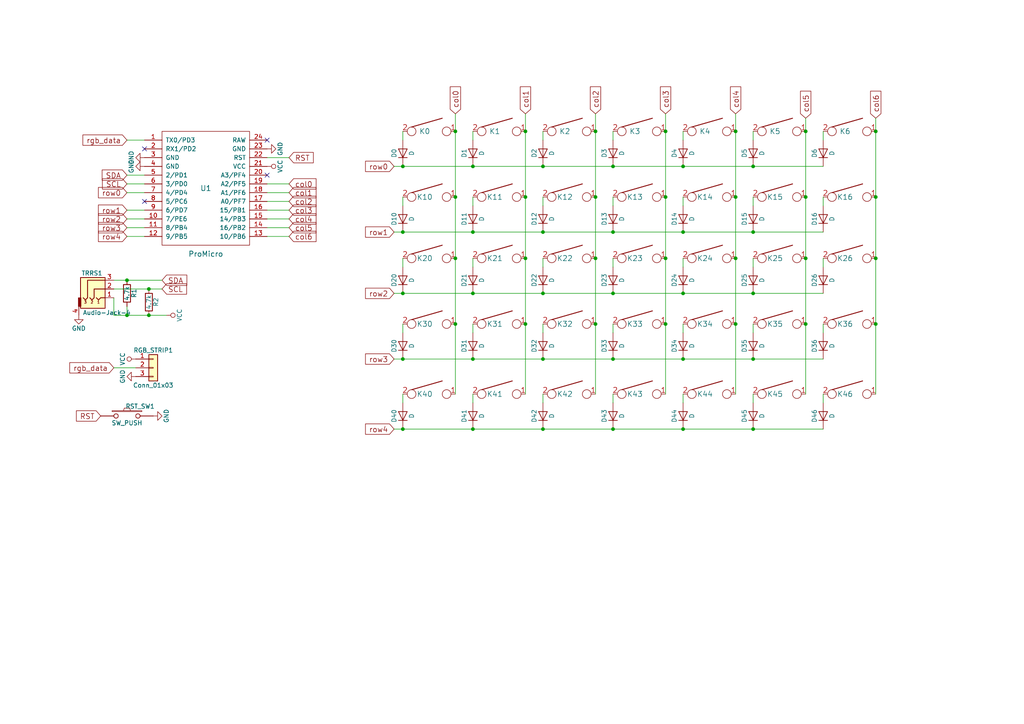
<source format=kicad_sch>
(kicad_sch (version 20231120) (generator "eeschema") (generator_version "8.0")
  (paper "A4")
  (title_block (title "Redox keyboard") (date "2018-05-05") (rev "1.0") (comment 1 "designed by Mattia Dal Ben") (comment 2 "https://github.com/mattdibi/redox-keyboard"))
  (lib_symbols
    (symbol "redox_rev1-rescue:Audio-Jack-4" (pin_names (offset 1.016))
      (property "Reference" "J" (at -1.27 2.032 0))
      (property "Value" "Audio-Jack-4" (at 3.048 -9.398 0))
      (symbol "Audio-Jack-4_0_0"
        (rectangle (start -4.572 -8.128) (end 2.54 0.762) (stroke (width 0.254)) (fill (type background)))
        (text "1" (at 0.635 -6.35 0) (effects (font (size 0.762 0.762))))
        (text "2" (at -1.27 -6.35 0) (effects (font (size 0.762 0.762))))
        (text "3" (at -3.175 -6.35 0) (effects (font (size 0.762 0.762))))
      )
      (symbol "Audio-Jack-4_0_1"
        (rectangle (start -4.445 -7.62) (end -5.207 -5.08) (fill (type outline)))
        (polyline (pts (xy 0 -5.08) (xy 0.635 -5.715) (xy 1.27 -5.08) (xy 2.54 -5.08)) (stroke (width 0.254)))
        (polyline (pts (xy -1.905 -5.08) (xy -1.27 -5.715) (xy -0.635 -5.08) (xy -0.635 -2.54) (xy 2.54 -2.54)) (stroke (width 0.254)))
        (polyline (pts (xy 2.54 0) (xy -2.54 0) (xy -2.54 -5.08) (xy -3.175 -5.715) (xy -3.81 -5.08)) (stroke (width 0.254)))
      )
      (symbol "Audio-Jack-4_1_1"
        (pin passive line (at 5.08 -5.08 180) (length 2.54) (name "~") (number "1"))
        (pin passive line (at 5.08 -2.54 180) (length 2.54) (name "~") (number "2"))
        (pin passive line (at 5.08 0 180) (length 2.54) (name "~") (number "3"))
        (pin passive line (at -5.08 -10.16 90) (length 2.54) (name "~") (number "4"))
      )
    )
    (symbol "redox_rev1-rescue:Conn_01x03" (pin_names (offset 1.016) hide)
      (property "Reference" "J" (at 0 5.08 0))
      (property "Value" "Conn_01x03" (at 0 -5.08 0))
      (symbol "Conn_01x03_1_1"
        (rectangle (start -1.27 -2.413) (end 0 -2.667) (stroke (width 0.1524)))
        (rectangle (start -1.27 0.127) (end 0 -0.127) (stroke (width 0.1524)))
        (rectangle (start -1.27 2.667) (end 0 2.413) (stroke (width 0.1524)))
        (rectangle (start -1.27 3.81) (end 1.27 -3.81) (stroke (width 0.254)) (fill (type background)))
        (pin passive line (at -5.08 2.54 0) (length 3.81) (name "Pin_1") (number "1"))
        (pin passive line (at -5.08 0 0) (length 3.81) (name "Pin_2") (number "2"))
        (pin passive line (at -5.08 -2.54 0) (length 3.81) (name "Pin_3") (number "3"))
      )
    )
    (symbol "redox_rev1-rescue:D" (pin_numbers hide) (pin_names (offset 1.016) hide)
      (property "Reference" "D" (at 0 2.54 0))
      (property "Value" "D" (at 0 -2.54 0))
      (symbol "D_0_1"
        (polyline (pts (xy -1.27 1.27) (xy -1.27 -1.27)) (stroke (width 0.2032)))
        (polyline (pts (xy 1.27 0) (xy -1.27 0)))
        (polyline (pts (xy 1.27 1.27) (xy 1.27 -1.27) (xy -1.27 0) (xy 1.27 1.27)) (stroke (width 0.2032)))
      )
      (symbol "D_1_1"
        (pin passive line (at -3.81 0 0) (length 2.54) (name "K") (number "1"))
        (pin passive line (at 3.81 0 180) (length 2.54) (name "A") (number "2"))
      )
    )
    (symbol "redox_rev1-rescue:GND" (power) (pin_names (offset 0))
      (property "Value" "GND" (at 0 -3.81 0))
      (symbol "GND_0_1"
        (polyline (pts (xy 0 0) (xy 0 -1.27) (xy 1.27 -1.27) (xy 0 -2.54) (xy -1.27 -1.27) (xy 0 -1.27)))
      )
      (symbol "GND_1_1"
        (pin power_in line (at 0 0 270) (length 0) hide (name "GND") (number "1"))
      )
    )
    (symbol "redox_rev1-rescue:KEYSW" (pin_names (offset 1.016))
      (property "Reference" "K?" (at -1.27 0 0))
      (symbol "KEYSW_0_1"
        (circle (center -5.08 0) (radius 1.27))
        (polyline (pts (xy -5.08 1.27) (xy 3.81 3.81)) (stroke (width 0.254)))
        (circle (center 5.08 0) (radius 1.27))
      )
      (symbol "KEYSW_1_1"
        (pin passive line (at 7.62 0 180) (length 1.27) (name "~") (number "1"))
        (pin passive line (at -7.62 0 0) (length 1.27) (name "~") (number "2"))
      )
    )
    (symbol "redox_rev1-rescue:ProMicro" (pin_names (offset 1.016))
      (property "Reference" "U" (at 0 0 0))
      (property "Value" "ProMicro" (at 0 -19.05 0))
      (symbol "ProMicro_0_1"
        (rectangle (start -12.7 -16.51) (end 12.7 16.51))
      )
      (symbol "ProMicro_1_1"
        (pin input line (at -17.78 13.97 0) (length 5.08) (name "TX0/PD3") (number "1"))
        (pin input line (at -17.78 -8.89 0) (length 5.08) (name "7/PE6") (number "10"))
        (pin input line (at -17.78 -11.43 0) (length 5.08) (name "8/PB4") (number "11"))
        (pin input line (at -17.78 -13.97 0) (length 5.08) (name "9/PB5") (number "12"))
        (pin input line (at 17.78 -13.97 180) (length 5.08) (name "10/PB6") (number "13"))
        (pin input line (at 17.78 -11.43 180) (length 5.08) (name "16/PB2") (number "14"))
        (pin input line (at 17.78 -8.89 180) (length 5.08) (name "14/PB3") (number "15"))
        (pin input line (at 17.78 -6.35 180) (length 5.08) (name "15/PB1") (number "16"))
        (pin input line (at 17.78 -3.81 180) (length 5.08) (name "A0/PF7") (number "17"))
        (pin input line (at 17.78 -1.27 180) (length 5.08) (name "A1/PF6") (number "18"))
        (pin input line (at 17.78 1.27 180) (length 5.08) (name "A2/PF5") (number "19"))
        (pin input line (at -17.78 11.43 0) (length 5.08) (name "RX1/PD2") (number "2"))
        (pin input line (at 17.78 3.81 180) (length 5.08) (name "A3/PF4") (number "20"))
        (pin input line (at 17.78 6.35 180) (length 5.08) (name "VCC") (number "21"))
        (pin input line (at 17.78 8.89 180) (length 5.08) (name "RST") (number "22"))
        (pin input line (at 17.78 11.43 180) (length 5.08) (name "GND") (number "23"))
        (pin input line (at 17.78 13.97 180) (length 5.08) (name "RAW") (number "24"))
        (pin input line (at -17.78 8.89 0) (length 5.08) (name "GND") (number "3"))
        (pin input line (at -17.78 6.35 0) (length 5.08) (name "GND") (number "4"))
        (pin input line (at -17.78 3.81 0) (length 5.08) (name "2/PD1") (number "5"))
        (pin input line (at -17.78 1.27 0) (length 5.08) (name "3/PD0") (number "6"))
        (pin input line (at -17.78 -1.27 0) (length 5.08) (name "4/PD4") (number "7"))
        (pin input line (at -17.78 -3.81 0) (length 5.08) (name "5/PC6") (number "8"))
        (pin input line (at -17.78 -6.35 0) (length 5.08) (name "6/PD7") (number "9"))
      )
    )
    (symbol "redox_rev1-rescue:R" (pin_numbers hide) (pin_names (offset 0))
      (property "Reference" "R" (at 2.032 0 90))
      (property "Value" "R" (at 0 0 90))
      (symbol "R_0_1"
        (rectangle (start -1.016 -2.54) (end 1.016 2.54) (stroke (width 0.254)))
      )
      (symbol "R_1_1"
        (pin passive line (at 0 3.81 270) (length 1.27) (name "~") (number "1"))
        (pin passive line (at 0 -3.81 90) (length 1.27) (name "~") (number "2"))
      )
    )
    (symbol "redox_rev1-rescue:SW_PUSH" (pin_numbers hide) (pin_names (offset 1.016) hide)
      (property "Reference" "SW" (at 3.81 2.794 0))
      (property "Value" "SW_PUSH" (at 0 -2.032 0))
      (symbol "SW_PUSH_0_1"
        (rectangle (start -4.318 1.27) (end 4.318 1.524))
        (polyline (pts (xy -1.016 1.524) (xy -0.762 2.286) (xy 0.762 2.286) (xy 1.016 1.524)))
        (pin passive inverted (at -7.62 0 0) (length 5.08) (name "1") (number "1"))
        (pin passive inverted (at 7.62 0 180) (length 5.08) (name "2") (number "2"))
      )
    )
    (symbol "redox_rev1-rescue:VCC" (power) (pin_names (offset 0))
      (property "Value" "VCC" (at 0 3.81 0))
      (symbol "VCC_0_1"
        (polyline (pts (xy 0 0) (xy 0 1.27)))
        (circle (center 0 1.905) (radius 0.635))
      )
      (symbol "VCC_1_1"
        (pin power_in line (at 0 0 90) (length 0) hide (name "VCC") (number "1"))
      )
    )
  )
  (junction (at 157.48 85.09))
  (junction (at 233.68 74.93))
  (junction (at 152.4 38.1))
  (junction (at 43.18 91.44))
  (junction (at 137.16 85.09))
  (junction (at 116.84 85.09))
  (junction (at 198.12 67.31))
  (junction (at 254 38.1))
  (junction (at 218.44 48.26))
  (junction (at 177.8 67.31))
  (junction (at 218.44 104.14))
  (junction (at 132.08 74.93))
  (junction (at 213.36 57.15))
  (junction (at 116.84 124.46))
  (junction (at 193.04 38.1))
  (junction (at 116.84 48.26))
  (junction (at 218.44 85.09))
  (junction (at 198.12 124.46))
  (junction (at 43.18 83.82))
  (junction (at 116.84 67.31))
  (junction (at 172.72 93.98))
  (junction (at 193.04 74.93))
  (junction (at 177.8 104.14))
  (junction (at 36.83 81.28))
  (junction (at 254 57.15))
  (junction (at 132.08 57.15))
  (junction (at 172.72 38.1))
  (junction (at 172.72 74.93))
  (junction (at 152.4 93.98))
  (junction (at 172.72 57.15))
  (junction (at 213.36 38.1))
  (junction (at 137.16 48.26))
  (junction (at 157.48 67.31))
  (junction (at 137.16 124.46))
  (junction (at 157.48 48.26))
  (junction (at 193.04 93.98))
  (junction (at 218.44 67.31))
  (junction (at 198.12 104.14))
  (junction (at 152.4 57.15))
  (junction (at 36.83 91.44))
  (junction (at 152.4 74.93))
  (junction (at 132.08 93.98))
  (junction (at 157.48 124.46))
  (junction (at 132.08 38.1))
  (junction (at 177.8 48.26))
  (junction (at 116.84 104.14))
  (junction (at 198.12 48.26))
  (junction (at 233.68 93.98))
  (junction (at 218.44 124.46))
  (junction (at 193.04 57.15))
  (junction (at 213.36 93.98))
  (junction (at 254 74.93))
  (junction (at 213.36 74.93))
  (junction (at 157.48 104.14))
  (junction (at 198.12 85.09))
  (junction (at 137.16 67.31))
  (junction (at 137.16 104.14))
  (junction (at 177.8 85.09))
  (junction (at 177.8 124.46))
  (junction (at 233.68 57.15))
  (junction (at 254 93.98))
  (junction (at 233.68 38.1))
  (no_connect (at 41.91 43.18))
  (no_connect (at 77.47 50.8))
  (no_connect (at 41.91 58.42))
  (no_connect (at 77.47 40.64))
  (wire (pts (xy 77.47 66.04) (xy 83.82 66.04)))
  (wire (pts (xy 43.18 83.82) (xy 46.99 83.82)))
  (wire (pts (xy 172.72 93.98) (xy 172.72 114.3)))
  (wire (pts (xy 177.8 124.46) (xy 198.12 124.46)))
  (wire (pts (xy 36.83 40.64) (xy 41.91 40.64)))
  (wire (pts (xy 137.16 38.1) (xy 137.16 40.64)))
  (wire (pts (xy 137.16 104.14) (xy 157.48 104.14)))
  (wire (pts (xy 116.84 57.15) (xy 116.84 59.69)))
  (wire (pts (xy 198.12 67.31) (xy 218.44 67.31)))
  (wire (pts (xy 254 74.93) (xy 254 93.98)))
  (wire (pts (xy 157.48 67.31) (xy 177.8 67.31)))
  (wire (pts (xy 218.44 38.1) (xy 218.44 40.64)))
  (wire (pts (xy 137.16 57.15) (xy 137.16 59.69)))
  (wire (pts (xy 177.8 74.93) (xy 177.8 77.47)))
  (wire (pts (xy 233.68 38.1) (xy 233.68 57.15)))
  (wire (pts (xy 218.44 124.46) (xy 238.76 124.46)))
  (wire (pts (xy 116.84 67.31) (xy 137.16 67.31)))
  (wire (pts (xy 114.3 48.26) (xy 116.84 48.26)))
  (wire (pts (xy 157.48 85.09) (xy 177.8 85.09)))
  (wire (pts (xy 218.44 104.14) (xy 238.76 104.14)))
  (wire (pts (xy 172.72 38.1) (xy 172.72 57.15)))
  (wire (pts (xy 157.48 114.3) (xy 157.48 116.84)))
  (wire (pts (xy 77.47 63.5) (xy 83.82 63.5)))
  (wire (pts (xy 36.83 66.04) (xy 41.91 66.04)))
  (wire (pts (xy 116.84 124.46) (xy 137.16 124.46)))
  (wire (pts (xy 36.83 81.28) (xy 46.99 81.28)))
  (wire (pts (xy 213.36 74.93) (xy 213.36 93.98)))
  (wire (pts (xy 33.02 91.44) (xy 36.83 91.44)))
  (wire (pts (xy 198.12 85.09) (xy 218.44 85.09)))
  (wire (pts (xy 137.16 85.09) (xy 157.48 85.09)))
  (wire (pts (xy 198.12 124.46) (xy 218.44 124.46)))
  (wire (pts (xy 132.08 33.02) (xy 132.08 38.1)))
  (wire (pts (xy 132.08 38.1) (xy 132.08 57.15)))
  (wire (pts (xy 157.48 104.14) (xy 177.8 104.14)))
  (wire (pts (xy 137.16 67.31) (xy 157.48 67.31)))
  (wire (pts (xy 198.12 93.98) (xy 198.12 96.52)))
  (wire (pts (xy 213.36 33.02) (xy 213.36 38.1)))
  (wire (pts (xy 116.84 74.93) (xy 116.84 77.47)))
  (wire (pts (xy 116.84 104.14) (xy 137.16 104.14)))
  (wire (pts (xy 114.3 124.46) (xy 116.84 124.46)))
  (wire (pts (xy 116.84 48.26) (xy 137.16 48.26)))
  (wire (pts (xy 157.48 38.1) (xy 157.48 40.64)))
  (wire (pts (xy 157.48 57.15) (xy 157.48 59.69)))
  (wire (pts (xy 33.02 83.82) (xy 43.18 83.82)))
  (wire (pts (xy 114.3 67.31) (xy 116.84 67.31)))
  (wire (pts (xy 218.44 74.93) (xy 218.44 77.47)))
  (wire (pts (xy 114.3 104.14) (xy 116.84 104.14)))
  (wire (pts (xy 218.44 67.31) (xy 238.76 67.31)))
  (wire (pts (xy 137.16 48.26) (xy 157.48 48.26)))
  (wire (pts (xy 198.12 57.15) (xy 198.12 59.69)))
  (wire (pts (xy 137.16 114.3) (xy 137.16 116.84)))
  (wire (pts (xy 152.4 93.98) (xy 152.4 114.3)))
  (wire (pts (xy 218.44 57.15) (xy 218.44 59.69)))
  (wire (pts (xy 233.68 74.93) (xy 233.68 93.98)))
  (wire (pts (xy 238.76 93.98) (xy 238.76 96.52)))
  (wire (pts (xy 198.12 114.3) (xy 198.12 116.84)))
  (wire (pts (xy 254 38.1) (xy 254 57.15)))
  (wire (pts (xy 36.83 88.9) (xy 36.83 91.44)))
  (wire (pts (xy 177.8 67.31) (xy 198.12 67.31)))
  (wire (pts (xy 152.4 38.1) (xy 152.4 57.15)))
  (wire (pts (xy 132.08 57.15) (xy 132.08 74.93)))
  (wire (pts (xy 137.16 93.98) (xy 137.16 96.52)))
  (wire (pts (xy 36.83 63.5) (xy 41.91 63.5)))
  (wire (pts (xy 193.04 38.1) (xy 193.04 57.15)))
  (wire (pts (xy 33.02 81.28) (xy 36.83 81.28)))
  (wire (pts (xy 233.68 57.15) (xy 233.68 74.93)))
  (wire (pts (xy 177.8 85.09) (xy 198.12 85.09)))
  (wire (pts (xy 116.84 93.98) (xy 116.84 96.52)))
  (wire (pts (xy 157.48 74.93) (xy 157.48 77.47)))
  (wire (pts (xy 218.44 114.3) (xy 218.44 116.84)))
  (wire (pts (xy 77.47 58.42) (xy 83.82 58.42)))
  (wire (pts (xy 238.76 114.3) (xy 238.76 116.84)))
  (wire (pts (xy 33.02 106.68) (xy 39.37 106.68)))
  (wire (pts (xy 177.8 114.3) (xy 177.8 116.84)))
  (wire (pts (xy 193.04 74.93) (xy 193.04 93.98)))
  (wire (pts (xy 152.4 33.02) (xy 152.4 38.1)))
  (wire (pts (xy 198.12 104.14) (xy 218.44 104.14)))
  (wire (pts (xy 177.8 93.98) (xy 177.8 96.52)))
  (wire (pts (xy 157.48 93.98) (xy 157.48 96.52)))
  (wire (pts (xy 213.36 93.98) (xy 213.36 114.3)))
  (wire (pts (xy 116.84 38.1) (xy 116.84 40.64)))
  (wire (pts (xy 198.12 74.93) (xy 198.12 77.47)))
  (wire (pts (xy 254 57.15) (xy 254 74.93)))
  (wire (pts (xy 114.3 85.09) (xy 116.84 85.09)))
  (wire (pts (xy 238.76 38.1) (xy 238.76 40.64)))
  (wire (pts (xy 254 34.29) (xy 254 38.1)))
  (wire (pts (xy 172.72 74.93) (xy 172.72 93.98)))
  (wire (pts (xy 177.8 57.15) (xy 177.8 59.69)))
  (wire (pts (xy 77.47 53.34) (xy 83.82 53.34)))
  (wire (pts (xy 152.4 74.93) (xy 152.4 93.98)))
  (wire (pts (xy 36.83 53.34) (xy 41.91 53.34)))
  (wire (pts (xy 36.83 91.44) (xy 43.18 91.44)))
  (wire (pts (xy 198.12 48.26) (xy 218.44 48.26)))
  (wire (pts (xy 132.08 93.98) (xy 132.08 114.3)))
  (wire (pts (xy 193.04 33.02) (xy 193.04 38.1)))
  (wire (pts (xy 238.76 74.93) (xy 238.76 77.47)))
  (wire (pts (xy 157.48 48.26) (xy 177.8 48.26)))
  (wire (pts (xy 43.18 91.44) (xy 48.26 91.44)))
  (wire (pts (xy 132.08 74.93) (xy 132.08 93.98)))
  (wire (pts (xy 157.48 124.46) (xy 177.8 124.46)))
  (wire (pts (xy 36.83 68.58) (xy 41.91 68.58)))
  (wire (pts (xy 233.68 93.98) (xy 233.68 114.3)))
  (wire (pts (xy 193.04 57.15) (xy 193.04 74.93)))
  (wire (pts (xy 213.36 38.1) (xy 213.36 57.15)))
  (wire (pts (xy 36.83 60.96) (xy 41.91 60.96)))
  (wire (pts (xy 177.8 38.1) (xy 177.8 40.64)))
  (wire (pts (xy 213.36 57.15) (xy 213.36 74.93)))
  (wire (pts (xy 137.16 124.46) (xy 157.48 124.46)))
  (wire (pts (xy 36.83 55.88) (xy 41.91 55.88)))
  (wire (pts (xy 218.44 93.98) (xy 218.44 96.52)))
  (wire (pts (xy 218.44 85.09) (xy 238.76 85.09)))
  (wire (pts (xy 233.68 34.29) (xy 233.68 38.1)))
  (wire (pts (xy 77.47 45.72) (xy 83.82 45.72)))
  (wire (pts (xy 77.47 68.58) (xy 83.82 68.58)))
  (wire (pts (xy 218.44 48.26) (xy 238.76 48.26)))
  (wire (pts (xy 152.4 57.15) (xy 152.4 74.93)))
  (wire (pts (xy 137.16 74.93) (xy 137.16 77.47)))
  (wire (pts (xy 77.47 60.96) (xy 83.82 60.96)))
  (wire (pts (xy 116.84 85.09) (xy 137.16 85.09)))
  (wire (pts (xy 198.12 38.1) (xy 198.12 40.64)))
  (wire (pts (xy 33.02 86.36) (xy 33.02 91.44)))
  (wire (pts (xy 172.72 33.02) (xy 172.72 38.1)))
  (wire (pts (xy 238.76 57.15) (xy 238.76 59.69)))
  (wire (pts (xy 177.8 104.14) (xy 198.12 104.14)))
  (wire (pts (xy 116.84 114.3) (xy 116.84 116.84)))
  (wire (pts (xy 77.47 55.88) (xy 83.82 55.88)))
  (wire (pts (xy 254 93.98) (xy 254 114.3)))
  (wire (pts (xy 172.72 57.15) (xy 172.72 74.93)))
  (wire (pts (xy 177.8 48.26) (xy 198.12 48.26)))
  (wire (pts (xy 193.04 93.98) (xy 193.04 114.3)))
  (wire (pts (xy 36.83 50.8) (xy 41.91 50.8)))
  (global_label "row1" (shape input) (at 114.3 67.31 180) (effects (font (size 1.524 1.524))) (property "Intersheetrefs" "${INTERSHEET_REFS}" (effects (hide yes))))
  (global_label "SCL" (shape input) (at 46.99 83.82 0) (effects (font (size 1.524 1.524))) (property "Intersheetrefs" "${INTERSHEET_REFS}" (effects (hide yes))))
  (global_label "row2" (shape input) (at 36.83 63.5 180) (effects (font (size 1.524 1.524))) (property "Intersheetrefs" "${INTERSHEET_REFS}" (effects (hide yes))))
  (global_label "col5" (shape input) (at 83.82 66.04 0) (effects (font (size 1.524 1.524))) (property "Intersheetrefs" "${INTERSHEET_REFS}" (effects (hide yes))))
  (global_label "RST" (shape input) (at 29.21 120.65 180) (effects (font (size 1.524 1.524))) (property "Intersheetrefs" "${INTERSHEET_REFS}" (effects (hide yes))))
  (global_label "col0" (shape input) (at 83.82 53.34 0) (effects (font (size 1.524 1.524))) (property "Intersheetrefs" "${INTERSHEET_REFS}" (effects (hide yes))))
  (global_label "SDA" (shape input) (at 46.99 81.28 0) (effects (font (size 1.524 1.524))) (property "Intersheetrefs" "${INTERSHEET_REFS}" (effects (hide yes))))
  (global_label "row2" (shape input) (at 114.3 85.09 180) (effects (font (size 1.524 1.524))) (property "Intersheetrefs" "${INTERSHEET_REFS}" (effects (hide yes))))
  (global_label "col6" (shape input) (at 254 34.29 90) (effects (font (size 1.524 1.524))) (property "Intersheetrefs" "${INTERSHEET_REFS}" (effects (hide yes))))
  (global_label "row3" (shape input) (at 36.83 66.04 180) (effects (font (size 1.524 1.524))) (property "Intersheetrefs" "${INTERSHEET_REFS}" (effects (hide yes))))
  (global_label "col6" (shape input) (at 83.82 68.58 0) (effects (font (size 1.524 1.524))) (property "Intersheetrefs" "${INTERSHEET_REFS}" (effects (hide yes))))
  (global_label "col5" (shape input) (at 233.68 34.29 90) (effects (font (size 1.524 1.524))) (property "Intersheetrefs" "${INTERSHEET_REFS}" (effects (hide yes))))
  (global_label "col4" (shape input) (at 213.36 33.02 90) (effects (font (size 1.524 1.524))) (property "Intersheetrefs" "${INTERSHEET_REFS}" (effects (hide yes))))
  (global_label "col3" (shape input) (at 193.04 33.02 90) (effects (font (size 1.524 1.524))) (property "Intersheetrefs" "${INTERSHEET_REFS}" (effects (hide yes))))
  (global_label "col0" (shape input) (at 132.08 33.02 90) (effects (font (size 1.524 1.524))) (property "Intersheetrefs" "${INTERSHEET_REFS}" (effects (hide yes))))
  (global_label "rgb_data" (shape input) (at 36.83 40.64 180) (effects (font (size 1.524 1.524))) (property "Intersheetrefs" "${INTERSHEET_REFS}" (effects (hide yes))))
  (global_label "row0" (shape input) (at 36.83 55.88 180) (effects (font (size 1.524 1.524))) (property "Intersheetrefs" "${INTERSHEET_REFS}" (effects (hide yes))))
  (global_label "row4" (shape input) (at 36.83 68.58 180) (effects (font (size 1.524 1.524))) (property "Intersheetrefs" "${INTERSHEET_REFS}" (effects (hide yes))))
  (global_label "col3" (shape input) (at 83.82 60.96 0) (effects (font (size 1.524 1.524))) (property "Intersheetrefs" "${INTERSHEET_REFS}" (effects (hide yes))))
  (global_label "SDA" (shape input) (at 36.83 50.8 180) (effects (font (size 1.524 1.524))) (property "Intersheetrefs" "${INTERSHEET_REFS}" (effects (hide yes))))
  (global_label "rgb_data" (shape input) (at 33.02 106.68 180) (effects (font (size 1.524 1.524))) (property "Intersheetrefs" "${INTERSHEET_REFS}" (effects (hide yes))))
  (global_label "col1" (shape input) (at 83.82 55.88 0) (effects (font (size 1.524 1.524))) (property "Intersheetrefs" "${INTERSHEET_REFS}" (effects (hide yes))))
  (global_label "RST" (shape input) (at 83.82 45.72 0) (effects (font (size 1.524 1.524))) (property "Intersheetrefs" "${INTERSHEET_REFS}" (effects (hide yes))))
  (global_label "row0" (shape input) (at 114.3 48.26 180) (effects (font (size 1.524 1.524))) (property "Intersheetrefs" "${INTERSHEET_REFS}" (effects (hide yes))))
  (global_label "row3" (shape input) (at 114.3 104.14 180) (effects (font (size 1.524 1.524))) (property "Intersheetrefs" "${INTERSHEET_REFS}" (effects (hide yes))))
  (global_label "row4" (shape input) (at 114.3 124.46 180) (effects (font (size 1.524 1.524))) (property "Intersheetrefs" "${INTERSHEET_REFS}" (effects (hide yes))))
  (global_label "SCL" (shape input) (at 36.83 53.34 180) (effects (font (size 1.524 1.524))) (property "Intersheetrefs" "${INTERSHEET_REFS}" (effects (hide yes))))
  (global_label "col1" (shape input) (at 152.4 33.02 90) (effects (font (size 1.524 1.524))) (property "Intersheetrefs" "${INTERSHEET_REFS}" (effects (hide yes))))
  (global_label "col2" (shape input) (at 172.72 33.02 90) (effects (font (size 1.524 1.524))) (property "Intersheetrefs" "${INTERSHEET_REFS}" (effects (hide yes))))
  (global_label "row1" (shape input) (at 36.83 60.96 180) (effects (font (size 1.524 1.524))) (property "Intersheetrefs" "${INTERSHEET_REFS}" (effects (hide yes))))
  (global_label "col4" (shape input) (at 83.82 63.5 0) (effects (font (size 1.524 1.524))) (property "Intersheetrefs" "${INTERSHEET_REFS}" (effects (hide yes))))
  (global_label "col2" (shape input) (at 83.82 58.42 0) (effects (font (size 1.524 1.524))) (property "Intersheetrefs" "${INTERSHEET_REFS}" (effects (hide yes))))
  (symbol (lib_id "redox_rev1-rescue:ProMicro") (at 59.69 54.61 0) (unit 1)
    (property "Reference" "U1" (at 59.69 54.61 0) (effects (font (size 1.524 1.524))))
    (property "Value" "ProMicro" (at 59.69 73.66 0) (effects (font (size 1.524 1.524))))
    (property "Footprint" "redox_footprints:ArduinoProMicro" (effects (hide yes)))
  )
  (symbol (lib_id "redox_rev1-rescue:Audio-Jack-4") (at 27.94 81.28 0) (unit 1)
    (property "Reference" "TRRS1" (at 26.67 79.248 0))
    (property "Value" "Audio-Jack-4" (at 30.988 90.678 0))
    (property "Footprint" "redox_footprints:TRRS-PJ-320A-dual" (effects (hide yes)))
  )
  (symbol (lib_id "redox_rev1-rescue:Conn_01x03") (at 44.45 106.68 0) (unit 1)
    (property "Reference" "RGB_STRIP1" (at 44.45 101.6 0))
    (property "Value" "Conn_01x03" (at 44.45 111.76 0))
    (property "Footprint" "redox_footprints:Pin_Header_Straight_1x03_Pitch2.54mm" (effects (hide yes)))
  )
  (symbol (lib_id "redox_rev1-rescue:SW_PUSH") (at 36.83 120.65 0) (unit 1)
    (property "Reference" "RST_SW1" (at 40.64 117.856 0))
    (property "Value" "SW_PUSH" (at 36.83 122.682 0))
    (property "Footprint" "redox_footprints:SW_PUSH_6mm_h4.3mm" (effects (hide yes)))
  )
  (symbol (lib_id "redox_rev1-rescue:GND") (at 77.47 43.18 90) (unit 1)
    (property "Reference" "#PWR01" (effects (hide yes)))
    (property "Value" "GND" (at 81.28 43.18 0))
  )
  (symbol (lib_id "redox_rev1-rescue:VCC") (at 77.47 48.26 270) (unit 1)
    (property "Reference" "#PWR02" (effects (hide yes)))
    (property "Value" "VCC" (at 81.28 48.26 0))
  )
  (symbol (lib_id "redox_rev1-rescue:KEYSW") (at 124.46 38.1 0) (unit 1)
    (property "Reference" "K0" (at 123.19 38.1 0) (effects (font (size 1.524 1.524))))
    (property "Value" "KEYSW" (effects (hide yes)))
    (property "Footprint" "redox_footprints:my_Mx_Alps_100-dualside-Hotswap" (effects (hide yes)))
  )
  (symbol (lib_id "redox_rev1-rescue:D") (at 116.84 44.45 90) (unit 1)
    (property "Reference" "D0" (at 114.3 44.45 0))
    (property "Value" "D" (at 119.38 44.45 0))
    (property "Footprint" "redox_footprints:Diode-dual" (effects (hide yes)))
  )
  (symbol (lib_id "redox_rev1-rescue:GND") (at 22.86 91.44 0) (unit 1)
    (property "Reference" "#PWR03" (effects (hide yes)))
    (property "Value" "GND" (at 22.86 95.25 0))
  )
  (symbol (lib_id "redox_rev1-rescue:GND") (at 39.37 109.22 270) (unit 1)
    (property "Reference" "#PWR04" (effects (hide yes)))
    (property "Value" "GND" (at 35.56 109.22 0))
  )
  (symbol (lib_id "redox_rev1-rescue:VCC") (at 39.37 104.14 90) (unit 1)
    (property "Reference" "#PWR05" (effects (hide yes)))
    (property "Value" "VCC" (at 35.56 104.14 0))
  )
  (symbol (lib_id "redox_rev1-rescue:GND") (at 44.45 120.65 90) (unit 1)
    (property "Reference" "#PWR06" (effects (hide yes)))
    (property "Value" "GND" (at 48.26 120.65 0))
  )
  (symbol (lib_id "redox_rev1-rescue:KEYSW") (at 144.78 38.1 0) (unit 1)
    (property "Reference" "K1" (at 143.51 38.1 0) (effects (font (size 1.524 1.524))))
    (property "Value" "KEYSW" (effects (hide yes)))
    (property "Footprint" "redox_footprints:my_Mx_Alps_100-dualside-Hotswap" (effects (hide yes)))
  )
  (symbol (lib_id "redox_rev1-rescue:D") (at 137.16 44.45 90) (unit 1)
    (property "Reference" "D1" (at 134.62 44.45 0))
    (property "Value" "D" (at 139.7 44.45 0))
    (property "Footprint" "redox_footprints:Diode-dual" (effects (hide yes)))
  )
  (symbol (lib_id "redox_rev1-rescue:GND") (at 41.91 45.72 270) (unit 1)
    (property "Reference" "#PWR07" (effects (hide yes)))
    (property "Value" "GND" (at 38.1 45.72 0))
  )
  (symbol (lib_id "redox_rev1-rescue:GND") (at 41.91 48.26 270) (unit 1)
    (property "Reference" "#PWR08" (effects (hide yes)))
    (property "Value" "GND" (at 38.1 48.26 0))
  )
  (symbol (lib_id "redox_rev1-rescue:KEYSW") (at 165.1 38.1 0) (unit 1)
    (property "Reference" "K2" (at 163.83 38.1 0) (effects (font (size 1.524 1.524))))
    (property "Value" "KEYSW" (effects (hide yes)))
    (property "Footprint" "redox_footprints:my_Mx_Alps_100-dualside-Hotswap" (effects (hide yes)))
  )
  (symbol (lib_id "redox_rev1-rescue:D") (at 157.48 44.45 90) (unit 1)
    (property "Reference" "D2" (at 154.94 44.45 0))
    (property "Value" "D" (at 160.02 44.45 0))
    (property "Footprint" "redox_footprints:Diode-dual" (effects (hide yes)))
  )
  (symbol (lib_id "redox_rev1-rescue:KEYSW") (at 185.42 38.1 0) (unit 1)
    (property "Reference" "K3" (at 184.15 38.1 0) (effects (font (size 1.524 1.524))))
    (property "Value" "KEYSW" (effects (hide yes)))
    (property "Footprint" "redox_footprints:my_Mx_Alps_100-dualside-Hotswap" (effects (hide yes)))
  )
  (symbol (lib_id "redox_rev1-rescue:D") (at 177.8 44.45 90) (unit 1)
    (property "Reference" "D3" (at 175.26 44.45 0))
    (property "Value" "D" (at 180.34 44.45 0))
    (property "Footprint" "redox_footprints:Diode-dual" (effects (hide yes)))
  )
  (symbol (lib_id "redox_rev1-rescue:KEYSW") (at 205.74 38.1 0) (unit 1)
    (property "Reference" "K4" (at 204.47 38.1 0) (effects (font (size 1.524 1.524))))
    (property "Value" "KEYSW" (effects (hide yes)))
    (property "Footprint" "redox_footprints:my_Mx_Alps_100-dualside-Hotswap" (effects (hide yes)))
  )
  (symbol (lib_id "redox_rev1-rescue:D") (at 198.12 44.45 90) (unit 1)
    (property "Reference" "D4" (at 195.58 44.45 0))
    (property "Value" "D" (at 200.66 44.45 0))
    (property "Footprint" "redox_footprints:Diode-dual" (effects (hide yes)))
  )
  (symbol (lib_id "redox_rev1-rescue:KEYSW") (at 226.06 38.1 0) (unit 1)
    (property "Reference" "K5" (at 224.79 38.1 0) (effects (font (size 1.524 1.524))))
    (property "Value" "KEYSW" (effects (hide yes)))
    (property "Footprint" "redox_footprints:my_Mx_Alps_100-dualside-Hotswap" (effects (hide yes)))
  )
  (symbol (lib_id "redox_rev1-rescue:D") (at 218.44 44.45 90) (unit 1)
    (property "Reference" "D5" (at 215.9 44.45 0))
    (property "Value" "D" (at 220.98 44.45 0))
    (property "Footprint" "redox_footprints:Diode-dual" (effects (hide yes)))
  )
  (symbol (lib_id "redox_rev1-rescue:KEYSW") (at 246.38 38.1 0) (unit 1)
    (property "Reference" "K6" (at 245.11 38.1 0) (effects (font (size 1.524 1.524))))
    (property "Value" "KEYSW" (effects (hide yes)))
    (property "Footprint" "redox_footprints:my_Mx_Alps_100-dualside-Hotswap" (effects (hide yes)))
  )
  (symbol (lib_id "redox_rev1-rescue:D") (at 238.76 44.45 90) (unit 1)
    (property "Reference" "D6" (at 236.22 44.45 0))
    (property "Value" "D" (at 241.3 44.45 0))
    (property "Footprint" "redox_footprints:Diode-dual" (effects (hide yes)))
  )
  (symbol (lib_id "redox_rev1-rescue:KEYSW") (at 124.46 57.15 0) (unit 1)
    (property "Reference" "K10" (at 123.19 57.15 0) (effects (font (size 1.524 1.524))))
    (property "Value" "KEYSW" (effects (hide yes)))
    (property "Footprint" "redox_footprints:my_Mx_Alps_100-dualside-Hotswap" (effects (hide yes)))
  )
  (symbol (lib_id "redox_rev1-rescue:D") (at 116.84 63.5 90) (unit 1)
    (property "Reference" "D10" (at 114.3 63.5 0))
    (property "Value" "D" (at 119.38 63.5 0))
    (property "Footprint" "redox_footprints:Diode-dual" (effects (hide yes)))
  )
  (symbol (lib_id "redox_rev1-rescue:KEYSW") (at 144.78 57.15 0) (unit 1)
    (property "Reference" "K11" (at 143.51 57.15 0) (effects (font (size 1.524 1.524))))
    (property "Value" "KEYSW" (effects (hide yes)))
    (property "Footprint" "redox_footprints:my_Mx_Alps_100-dualside-Hotswap" (effects (hide yes)))
  )
  (symbol (lib_id "redox_rev1-rescue:D") (at 137.16 63.5 90) (unit 1)
    (property "Reference" "D11" (at 134.62 63.5 0))
    (property "Value" "D" (at 139.7 63.5 0))
    (property "Footprint" "redox_footprints:Diode-dual" (effects (hide yes)))
  )
  (symbol (lib_id "redox_rev1-rescue:KEYSW") (at 165.1 57.15 0) (unit 1)
    (property "Reference" "K12" (at 163.83 57.15 0) (effects (font (size 1.524 1.524))))
    (property "Value" "KEYSW" (effects (hide yes)))
    (property "Footprint" "redox_footprints:my_Mx_Alps_100-dualside-Hotswap" (effects (hide yes)))
  )
  (symbol (lib_id "redox_rev1-rescue:D") (at 157.48 63.5 90) (unit 1)
    (property "Reference" "D12" (at 154.94 63.5 0))
    (property "Value" "D" (at 160.02 63.5 0))
    (property "Footprint" "redox_footprints:Diode-dual" (effects (hide yes)))
  )
  (symbol (lib_id "redox_rev1-rescue:KEYSW") (at 185.42 57.15 0) (unit 1)
    (property "Reference" "K13" (at 184.15 57.15 0) (effects (font (size 1.524 1.524))))
    (property "Value" "KEYSW" (effects (hide yes)))
    (property "Footprint" "redox_footprints:my_Mx_Alps_100-dualside-Hotswap" (effects (hide yes)))
  )
  (symbol (lib_id "redox_rev1-rescue:D") (at 177.8 63.5 90) (unit 1)
    (property "Reference" "D13" (at 175.26 63.5 0))
    (property "Value" "D" (at 180.34 63.5 0))
    (property "Footprint" "redox_footprints:Diode-dual" (effects (hide yes)))
  )
  (symbol (lib_id "redox_rev1-rescue:KEYSW") (at 205.74 57.15 0) (unit 1)
    (property "Reference" "K14" (at 204.47 57.15 0) (effects (font (size 1.524 1.524))))
    (property "Value" "KEYSW" (effects (hide yes)))
    (property "Footprint" "redox_footprints:my_Mx_Alps_100-dualside-Hotswap" (effects (hide yes)))
  )
  (symbol (lib_id "redox_rev1-rescue:D") (at 198.12 63.5 90) (unit 1)
    (property "Reference" "D14" (at 195.58 63.5 0))
    (property "Value" "D" (at 200.66 63.5 0))
    (property "Footprint" "redox_footprints:Diode-dual" (effects (hide yes)))
  )
  (symbol (lib_id "redox_rev1-rescue:KEYSW") (at 226.06 57.15 0) (unit 1)
    (property "Reference" "K15" (at 224.79 57.15 0) (effects (font (size 1.524 1.524))))
    (property "Value" "KEYSW" (effects (hide yes)))
    (property "Footprint" "redox_footprints:my_Mx_Alps_100-dualside-Hotswap" (effects (hide yes)))
  )
  (symbol (lib_id "redox_rev1-rescue:D") (at 218.44 63.5 90) (unit 1)
    (property "Reference" "D15" (at 215.9 63.5 0))
    (property "Value" "D" (at 220.98 63.5 0))
    (property "Footprint" "redox_footprints:Diode-dual" (effects (hide yes)))
  )
  (symbol (lib_id "redox_rev1-rescue:KEYSW") (at 246.38 57.15 0) (unit 1)
    (property "Reference" "K16" (at 245.11 57.15 0) (effects (font (size 1.524 1.524))))
    (property "Value" "KEYSW" (effects (hide yes)))
    (property "Footprint" "redox_footprints:my_Mx_Alps_100-dualside-Hotswap" (effects (hide yes)))
  )
  (symbol (lib_id "redox_rev1-rescue:D") (at 238.76 63.5 90) (unit 1)
    (property "Reference" "D16" (at 236.22 63.5 0))
    (property "Value" "D" (at 241.3 63.5 0))
    (property "Footprint" "redox_footprints:Diode-dual" (effects (hide yes)))
  )
  (symbol (lib_id "redox_rev1-rescue:R") (at 36.83 85.09 0) (unit 1)
    (property "Reference" "R1" (at 38.862 85.09 90))
    (property "Value" "4.7k" (at 36.83 85.09 90))
    (property "Footprint" "redox_footprints:Resistor-Compact" (effects (hide yes)))
  )
  (symbol (lib_id "redox_rev1-rescue:R") (at 43.18 87.63 0) (unit 1)
    (property "Reference" "R2" (at 45.212 87.63 90))
    (property "Value" "4.7k" (at 43.18 87.63 90))
    (property "Footprint" "redox_footprints:Resistor-Compact" (effects (hide yes)))
  )
  (symbol (lib_id "redox_rev1-rescue:KEYSW") (at 124.46 74.93 0) (unit 1)
    (property "Reference" "K20" (at 123.19 74.93 0) (effects (font (size 1.524 1.524))))
    (property "Value" "KEYSW" (effects (hide yes)))
    (property "Footprint" "redox_footprints:my_Mx_Alps_100-dualside-Hotswap" (effects (hide yes)))
  )
  (symbol (lib_id "redox_rev1-rescue:D") (at 116.84 81.28 90) (unit 1)
    (property "Reference" "D20" (at 114.3 81.28 0))
    (property "Value" "D" (at 119.38 81.28 0))
    (property "Footprint" "redox_footprints:Diode-dual" (effects (hide yes)))
  )
  (symbol (lib_id "redox_rev1-rescue:KEYSW") (at 144.78 74.93 0) (unit 1)
    (property "Reference" "K21" (at 143.51 74.93 0) (effects (font (size 1.524 1.524))))
    (property "Value" "KEYSW" (effects (hide yes)))
    (property "Footprint" "redox_footprints:my_Mx_Alps_100-dualside-Hotswap" (effects (hide yes)))
  )
  (symbol (lib_id "redox_rev1-rescue:D") (at 137.16 81.28 90) (unit 1)
    (property "Reference" "D21" (at 134.62 81.28 0))
    (property "Value" "D" (at 139.7 81.28 0))
    (property "Footprint" "redox_footprints:Diode-dual" (effects (hide yes)))
  )
  (symbol (lib_id "redox_rev1-rescue:KEYSW") (at 165.1 74.93 0) (unit 1)
    (property "Reference" "K22" (at 163.83 74.93 0) (effects (font (size 1.524 1.524))))
    (property "Value" "KEYSW" (effects (hide yes)))
    (property "Footprint" "redox_footprints:my_Mx_Alps_100-dualside-Hotswap" (effects (hide yes)))
  )
  (symbol (lib_id "redox_rev1-rescue:D") (at 157.48 81.28 90) (unit 1)
    (property "Reference" "D22" (at 154.94 81.28 0))
    (property "Value" "D" (at 160.02 81.28 0))
    (property "Footprint" "redox_footprints:Diode-dual" (effects (hide yes)))
  )
  (symbol (lib_id "redox_rev1-rescue:KEYSW") (at 185.42 74.93 0) (unit 1)
    (property "Reference" "K23" (at 184.15 74.93 0) (effects (font (size 1.524 1.524))))
    (property "Value" "KEYSW" (effects (hide yes)))
    (property "Footprint" "redox_footprints:my_Mx_Alps_100-dualside-Hotswap" (effects (hide yes)))
  )
  (symbol (lib_id "redox_rev1-rescue:D") (at 177.8 81.28 90) (unit 1)
    (property "Reference" "D23" (at 175.26 81.28 0))
    (property "Value" "D" (at 180.34 81.28 0))
    (property "Footprint" "redox_footprints:Diode-dual" (effects (hide yes)))
  )
  (symbol (lib_id "redox_rev1-rescue:KEYSW") (at 205.74 74.93 0) (unit 1)
    (property "Reference" "K24" (at 204.47 74.93 0) (effects (font (size 1.524 1.524))))
    (property "Value" "KEYSW" (effects (hide yes)))
    (property "Footprint" "redox_footprints:my_Mx_Alps_100-dualside-Hotswap" (effects (hide yes)))
  )
  (symbol (lib_id "redox_rev1-rescue:D") (at 198.12 81.28 90) (unit 1)
    (property "Reference" "D24" (at 195.58 81.28 0))
    (property "Value" "D" (at 200.66 81.28 0))
    (property "Footprint" "redox_footprints:Diode-dual" (effects (hide yes)))
  )
  (symbol (lib_id "redox_rev1-rescue:KEYSW") (at 226.06 74.93 0) (unit 1)
    (property "Reference" "K25" (at 224.79 74.93 0) (effects (font (size 1.524 1.524))))
    (property "Value" "KEYSW" (effects (hide yes)))
    (property "Footprint" "redox_footprints:my_Mx_Alps_100-dualside-Hotswap" (effects (hide yes)))
  )
  (symbol (lib_id "redox_rev1-rescue:D") (at 218.44 81.28 90) (unit 1)
    (property "Reference" "D25" (at 215.9 81.28 0))
    (property "Value" "D" (at 220.98 81.28 0))
    (property "Footprint" "redox_footprints:Diode-dual" (effects (hide yes)))
  )
  (symbol (lib_id "redox_rev1-rescue:KEYSW") (at 246.38 74.93 0) (unit 1)
    (property "Reference" "K26" (at 245.11 74.93 0) (effects (font (size 1.524 1.524))))
    (property "Value" "KEYSW" (effects (hide yes)))
    (property "Footprint" "redox_footprints:my_Mx_Alps_100-dualside-Hotswap" (effects (hide yes)))
  )
  (symbol (lib_id "redox_rev1-rescue:D") (at 238.76 81.28 90) (unit 1)
    (property "Reference" "D26" (at 236.22 81.28 0))
    (property "Value" "D" (at 241.3 81.28 0))
    (property "Footprint" "redox_footprints:Diode-dual" (effects (hide yes)))
  )
  (symbol (lib_id "redox_rev1-rescue:KEYSW") (at 124.46 93.98 0) (unit 1)
    (property "Reference" "K30" (at 123.19 93.98 0) (effects (font (size 1.524 1.524))))
    (property "Value" "KEYSW" (effects (hide yes)))
    (property "Footprint" "redox_footprints:my_Mx_Alps_100-dualside-Hotswap" (effects (hide yes)))
  )
  (symbol (lib_id "redox_rev1-rescue:D") (at 116.84 100.33 90) (unit 1)
    (property "Reference" "D30" (at 114.3 100.33 0))
    (property "Value" "D" (at 119.38 100.33 0))
    (property "Footprint" "redox_footprints:Diode-dual" (effects (hide yes)))
  )
  (symbol (lib_id "redox_rev1-rescue:KEYSW") (at 144.78 93.98 0) (unit 1)
    (property "Reference" "K31" (at 143.51 93.98 0) (effects (font (size 1.524 1.524))))
    (property "Value" "KEYSW" (effects (hide yes)))
    (property "Footprint" "redox_footprints:my_Mx_Alps_100-dualside-Hotswap" (effects (hide yes)))
  )
  (symbol (lib_id "redox_rev1-rescue:D") (at 137.16 100.33 90) (unit 1)
    (property "Reference" "D31" (at 134.62 100.33 0))
    (property "Value" "D" (at 139.7 100.33 0))
    (property "Footprint" "redox_footprints:Diode-dual" (effects (hide yes)))
  )
  (symbol (lib_id "redox_rev1-rescue:KEYSW") (at 165.1 93.98 0) (unit 1)
    (property "Reference" "K32" (at 163.83 93.98 0) (effects (font (size 1.524 1.524))))
    (property "Value" "KEYSW" (effects (hide yes)))
    (property "Footprint" "redox_footprints:my_Mx_Alps_100-dualside-Hotswap" (effects (hide yes)))
  )
  (symbol (lib_id "redox_rev1-rescue:D") (at 157.48 100.33 90) (unit 1)
    (property "Reference" "D32" (at 154.94 100.33 0))
    (property "Value" "D" (at 160.02 100.33 0))
    (property "Footprint" "redox_footprints:Diode-dual" (effects (hide yes)))
  )
  (symbol (lib_id "redox_rev1-rescue:KEYSW") (at 185.42 93.98 0) (unit 1)
    (property "Reference" "K33" (at 184.15 93.98 0) (effects (font (size 1.524 1.524))))
    (property "Value" "KEYSW" (effects (hide yes)))
    (property "Footprint" "redox_footprints:my_Mx_Alps_100-dualside-Hotswap" (effects (hide yes)))
  )
  (symbol (lib_id "redox_rev1-rescue:D") (at 177.8 100.33 90) (unit 1)
    (property "Reference" "D33" (at 175.26 100.33 0))
    (property "Value" "D" (at 180.34 100.33 0))
    (property "Footprint" "redox_footprints:Diode-dual" (effects (hide yes)))
  )
  (symbol (lib_id "redox_rev1-rescue:KEYSW") (at 205.74 93.98 0) (unit 1)
    (property "Reference" "K34" (at 204.47 93.98 0) (effects (font (size 1.524 1.524))))
    (property "Value" "KEYSW" (effects (hide yes)))
    (property "Footprint" "redox_footprints:my_Mx_Alps_100-dualside-Hotswap" (effects (hide yes)))
  )
  (symbol (lib_id "redox_rev1-rescue:D") (at 198.12 100.33 90) (unit 1)
    (property "Reference" "D34" (at 195.58 100.33 0))
    (property "Value" "D" (at 200.66 100.33 0))
    (property "Footprint" "redox_footprints:Diode-dual" (effects (hide yes)))
  )
  (symbol (lib_id "redox_rev1-rescue:KEYSW") (at 226.06 93.98 0) (unit 1)
    (property "Reference" "K35" (at 224.79 93.98 0) (effects (font (size 1.524 1.524))))
    (property "Value" "KEYSW" (effects (hide yes)))
    (property "Footprint" "redox_footprints:my_Mx_Alps_100-dualside-Hotswap" (effects (hide yes)))
  )
  (symbol (lib_id "redox_rev1-rescue:D") (at 218.44 100.33 90) (unit 1)
    (property "Reference" "D35" (at 215.9 100.33 0))
    (property "Value" "D" (at 220.98 100.33 0))
    (property "Footprint" "redox_footprints:Diode-dual" (effects (hide yes)))
  )
  (symbol (lib_id "redox_rev1-rescue:KEYSW") (at 246.38 93.98 0) (unit 1)
    (property "Reference" "K36" (at 245.11 93.98 0) (effects (font (size 1.524 1.524))))
    (property "Value" "KEYSW" (effects (hide yes)))
    (property "Footprint" "redox_footprints:my_Mx_Alps_100-dualside-Hotswap" (effects (hide yes)))
  )
  (symbol (lib_id "redox_rev1-rescue:D") (at 238.76 100.33 90) (unit 1)
    (property "Reference" "D36" (at 236.22 100.33 0))
    (property "Value" "D" (at 241.3 100.33 0))
    (property "Footprint" "redox_footprints:Diode-dual" (effects (hide yes)))
  )
  (symbol (lib_id "redox_rev1-rescue:VCC") (at 48.26 91.44 270) (unit 1)
    (property "Reference" "#PWR09" (effects (hide yes)))
    (property "Value" "VCC" (at 52.07 91.44 0))
  )
  (symbol (lib_id "redox_rev1-rescue:KEYSW") (at 124.46 114.3 0) (unit 1)
    (property "Reference" "K40" (at 123.19 114.3 0) (effects (font (size 1.524 1.524))))
    (property "Value" "KEYSW" (effects (hide yes)))
    (property "Footprint" "redox_footprints:my_Mx_Alps_100-dualside-Hotswap" (effects (hide yes)))
  )
  (symbol (lib_id "redox_rev1-rescue:D") (at 116.84 120.65 90) (unit 1)
    (property "Reference" "D40" (at 114.3 120.65 0))
    (property "Value" "D" (at 119.38 120.65 0))
    (property "Footprint" "redox_footprints:Diode-dual" (effects (hide yes)))
  )
  (symbol (lib_id "redox_rev1-rescue:KEYSW") (at 144.78 114.3 0) (unit 1)
    (property "Reference" "K41" (at 143.51 114.3 0) (effects (font (size 1.524 1.524))))
    (property "Value" "KEYSW" (effects (hide yes)))
    (property "Footprint" "redox_footprints:my_Mx_Alps_100-dualside-Hotswap" (effects (hide yes)))
  )
  (symbol (lib_id "redox_rev1-rescue:D") (at 137.16 120.65 90) (unit 1)
    (property "Reference" "D41" (at 134.62 120.65 0))
    (property "Value" "D" (at 139.7 120.65 0))
    (property "Footprint" "redox_footprints:Diode-dual" (effects (hide yes)))
  )
  (symbol (lib_id "redox_rev1-rescue:KEYSW") (at 165.1 114.3 0) (unit 1)
    (property "Reference" "K42" (at 163.83 114.3 0) (effects (font (size 1.524 1.524))))
    (property "Value" "KEYSW" (effects (hide yes)))
    (property "Footprint" "redox_footprints:my_Mx_Alps_100-dualside-Hotswap" (effects (hide yes)))
  )
  (symbol (lib_id "redox_rev1-rescue:D") (at 157.48 120.65 90) (unit 1)
    (property "Reference" "D42" (at 154.94 120.65 0))
    (property "Value" "D" (at 160.02 120.65 0))
    (property "Footprint" "redox_footprints:Diode-dual" (effects (hide yes)))
  )
  (symbol (lib_id "redox_rev1-rescue:KEYSW") (at 185.42 114.3 0) (unit 1)
    (property "Reference" "K43" (at 184.15 114.3 0) (effects (font (size 1.524 1.524))))
    (property "Value" "KEYSW" (effects (hide yes)))
    (property "Footprint" "redox_footprints:my_Mx_Alps_100-dualside-Hotswap" (effects (hide yes)))
  )
  (symbol (lib_id "redox_rev1-rescue:D") (at 177.8 120.65 90) (unit 1)
    (property "Reference" "D43" (at 175.26 120.65 0))
    (property "Value" "D" (at 180.34 120.65 0))
    (property "Footprint" "redox_footprints:Diode-dual" (effects (hide yes)))
  )
  (symbol (lib_id "redox_rev1-rescue:KEYSW") (at 205.74 114.3 0) (unit 1)
    (property "Reference" "K44" (at 204.47 114.3 0) (effects (font (size 1.524 1.524))))
    (property "Value" "KEYSW" (effects (hide yes)))
    (property "Footprint" "redox_footprints:my_Mx_Alps_100-dualside-Hotswap" (effects (hide yes)))
  )
  (symbol (lib_id "redox_rev1-rescue:D") (at 198.12 120.65 90) (unit 1)
    (property "Reference" "D44" (at 195.58 120.65 0))
    (property "Value" "D" (at 200.66 120.65 0))
    (property "Footprint" "redox_footprints:Diode-dual" (effects (hide yes)))
  )
  (symbol (lib_id "redox_rev1-rescue:KEYSW") (at 226.06 114.3 0) (unit 1)
    (property "Reference" "K45" (at 224.79 114.3 0) (effects (font (size 1.524 1.524))))
    (property "Value" "KEYSW" (effects (hide yes)))
    (property "Footprint" "redox_footprints:my_Mx_Alps_100-dualside-Hotswap" (effects (hide yes)))
  )
  (symbol (lib_id "redox_rev1-rescue:D") (at 218.44 120.65 90) (unit 1)
    (property "Reference" "D45" (at 215.9 120.65 0))
    (property "Value" "D" (at 220.98 120.65 0))
    (property "Footprint" "redox_footprints:Diode-dual" (effects (hide yes)))
  )
  (symbol (lib_id "redox_rev1-rescue:KEYSW") (at 246.38 114.3 0) (unit 1)
    (property "Reference" "K46" (at 245.11 114.3 0) (effects (font (size 1.524 1.524))))
    (property "Value" "KEYSW" (effects (hide yes)))
    (property "Footprint" "redox_footprints:my_Mx_Alps_100-dualside-Hotswap" (effects (hide yes)))
  )
  (symbol (lib_id "redox_rev1-rescue:D") (at 238.76 120.65 90) (unit 1)
    (property "Reference" "D46" (at 236.22 120.65 0))
    (property "Value" "D" (at 241.3 120.65 0))
    (property "Footprint" "redox_footprints:Diode-dual" (effects (hide yes)))
  )
)
</source>
